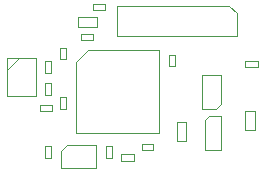
<source format=gbr>
%TF.GenerationSoftware,KiCad,Pcbnew,8.0.3*%
%TF.CreationDate,2024-07-16T16:20:45-05:00*%
%TF.ProjectId,kryptonite,6b727970-746f-46e6-9974-652e6b696361,rev?*%
%TF.SameCoordinates,PX813b7f0PY6643331*%
%TF.FileFunction,AssemblyDrawing,Top*%
%FSLAX46Y46*%
G04 Gerber Fmt 4.6, Leading zero omitted, Abs format (unit mm)*
G04 Created by KiCad (PCBNEW 8.0.3) date 2024-07-16 16:20:45*
%MOMM*%
%LPD*%
G01*
G04 APERTURE LIST*
%ADD10C,0.100000*%
G04 APERTURE END LIST*
D10*
%TO.C,U1*%
X8062500Y11040001D02*
X9062500Y12040001D01*
X8062500Y5040001D02*
X8062500Y11040001D01*
X9062500Y12040001D02*
X15062500Y12040001D01*
X15062500Y12040001D02*
X15062500Y5040001D01*
X15062500Y5040001D02*
X8062500Y5040001D01*
%TO.C,C12*%
X16585000Y5940001D02*
X17385000Y5940001D01*
X16585000Y4340001D02*
X16585000Y5940001D01*
X17385000Y5940001D02*
X17385000Y4340001D01*
X17385000Y4340001D02*
X16585000Y4340001D01*
%TO.C,C4*%
X13620000Y4140001D02*
X14620000Y4140001D01*
X13620000Y3640001D02*
X13620000Y4140001D01*
X14620000Y4140001D02*
X14620000Y3640001D01*
X14620000Y3640001D02*
X13620000Y3640001D01*
%TO.C,C2*%
X6710000Y12270001D02*
X7210000Y12270001D01*
X6710000Y11270001D02*
X6710000Y12270001D01*
X7210000Y12270001D02*
X7210000Y11270001D01*
X7210000Y11270001D02*
X6710000Y11270001D01*
%TO.C,R3*%
X10610000Y3985001D02*
X11150000Y3985001D01*
X10610000Y2935001D02*
X10610000Y3985001D01*
X11150000Y3985001D02*
X11150000Y2935001D01*
X11150000Y2935001D02*
X10610000Y2935001D01*
%TO.C,Y1*%
X2210000Y11360001D02*
X2210000Y8160001D01*
X2210000Y8160001D02*
X4710000Y8160001D01*
X3210000Y11360001D02*
X2210000Y10360001D01*
X4710000Y11360001D02*
X2210000Y11360001D01*
X4710000Y8160001D02*
X4710000Y11360001D01*
%TO.C,C10*%
X5410000Y3910001D02*
X5910000Y3910001D01*
X5410000Y2910001D02*
X5410000Y3910001D01*
X5910000Y3910001D02*
X5910000Y2910001D01*
X5910000Y2910001D02*
X5410000Y2910001D01*
%TO.C,R4*%
X22392500Y11140001D02*
X23442500Y11140001D01*
X22392500Y10600001D02*
X22392500Y11140001D01*
X23442500Y11140001D02*
X23442500Y10600001D01*
X23442500Y10600001D02*
X22392500Y10600001D01*
%TO.C,R2*%
X11905000Y3230001D02*
X12955000Y3230001D01*
X11905000Y2690001D02*
X11905000Y3230001D01*
X12955000Y3230001D02*
X12955000Y2690001D01*
X12955000Y2690001D02*
X11905000Y2690001D01*
%TO.C,C7*%
X5010000Y7400001D02*
X6010000Y7400001D01*
X5010000Y6900001D02*
X5010000Y7400001D01*
X6010000Y7400001D02*
X6010000Y6900001D01*
X6010000Y6900001D02*
X5010000Y6900001D01*
%TO.C,U2*%
X6780000Y3560001D02*
X7280000Y4060001D01*
X6780000Y2060001D02*
X6780000Y3560001D01*
X7280000Y4060001D02*
X9780000Y4060001D01*
X9780000Y4060001D02*
X9780000Y2060001D01*
X9780000Y2060001D02*
X6780000Y2060001D01*
%TO.C,C11*%
X22400000Y6900001D02*
X23200000Y6900001D01*
X22400000Y5300001D02*
X22400000Y6900001D01*
X23200000Y6900001D02*
X23200000Y5300001D01*
X23200000Y5300001D02*
X22400000Y5300001D01*
%TO.C,U3*%
X18997500Y6165001D02*
X19322500Y6490001D01*
X18997500Y3590001D02*
X18997500Y6165001D01*
X19322500Y6490001D02*
X20297500Y6490001D01*
X20297500Y6490001D02*
X20297500Y3590001D01*
X20297500Y3590001D02*
X18997500Y3590001D01*
%TO.C,C8*%
X5460000Y11160001D02*
X5960000Y11160001D01*
X5460000Y10160001D02*
X5460000Y11160001D01*
X5960000Y11160001D02*
X5960000Y10160001D01*
X5960000Y10160001D02*
X5460000Y10160001D01*
%TO.C,R1*%
X9485000Y15960001D02*
X10535000Y15960001D01*
X9485000Y15420001D02*
X9485000Y15960001D01*
X10535000Y15960001D02*
X10535000Y15420001D01*
X10535000Y15420001D02*
X9485000Y15420001D01*
%TO.C,C5*%
X15960000Y11690001D02*
X16460000Y11690001D01*
X15960000Y10690001D02*
X15960000Y11690001D01*
X16460000Y11690001D02*
X16460000Y10690001D01*
X16460000Y10690001D02*
X15960000Y10690001D01*
%TO.C,C3*%
X6720000Y8070001D02*
X7220000Y8070001D01*
X6720000Y7070001D02*
X6720000Y8070001D01*
X7220000Y8070001D02*
X7220000Y7070001D01*
X7220000Y7070001D02*
X6720000Y7070001D01*
%TO.C,C9*%
X5440000Y9240001D02*
X5940000Y9240001D01*
X5440000Y8240001D02*
X5440000Y9240001D01*
X5940000Y9240001D02*
X5940000Y8240001D01*
X5940000Y8240001D02*
X5440000Y8240001D01*
%TO.C,J1*%
X11500000Y15820001D02*
X21025000Y15820001D01*
X11500000Y13280001D02*
X11500000Y15820001D01*
X21025000Y15820001D02*
X21660000Y15185001D01*
X21660000Y15185001D02*
X21660000Y13280001D01*
X21660000Y13280001D02*
X11500000Y13280001D01*
%TO.C,U4*%
X18710000Y9990001D02*
X20310000Y9990001D01*
X18710000Y7090001D02*
X18710000Y9990001D01*
X19910000Y7090001D02*
X18710000Y7090001D01*
X20310000Y9990001D02*
X20310000Y7490001D01*
X20310000Y7490001D02*
X19910000Y7090001D01*
%TO.C,C1*%
X8225000Y14850001D02*
X9825000Y14850001D01*
X8225000Y14050001D02*
X8225000Y14850001D01*
X9825000Y14850001D02*
X9825000Y14050001D01*
X9825000Y14050001D02*
X8225000Y14050001D01*
%TO.C,C6*%
X8520000Y13430001D02*
X9520000Y13430001D01*
X8520000Y12930001D02*
X8520000Y13430001D01*
X9520000Y13430001D02*
X9520000Y12930001D01*
X9520000Y12930001D02*
X8520000Y12930001D01*
%TD*%
M02*

</source>
